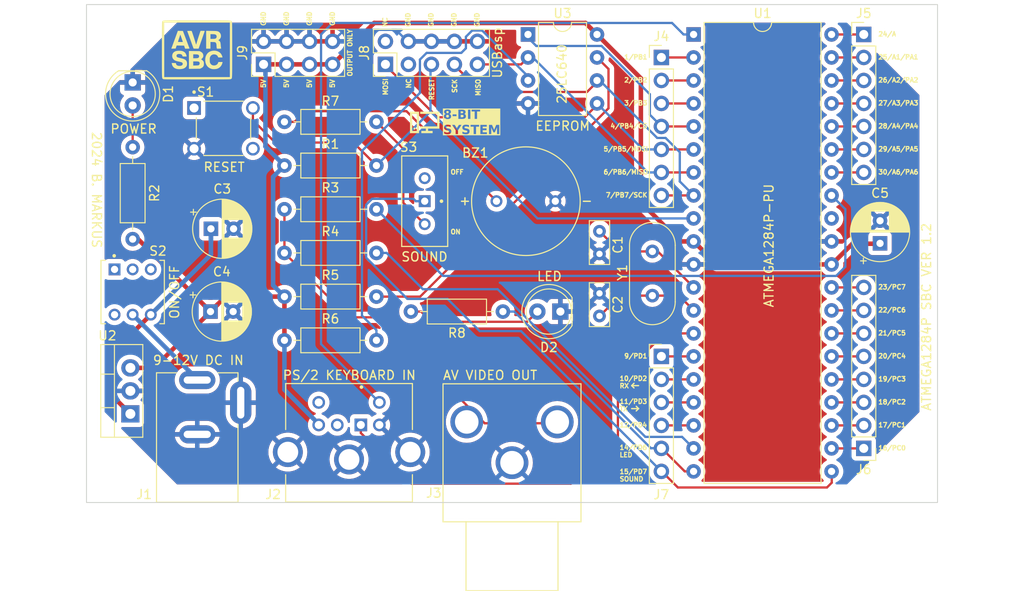
<source format=kicad_pcb>
(kicad_pcb (version 20221018) (generator pcbnew)
  (title_block (title "ATMEGA1284P Single Board Computer") (date "2024-03-07") (rev "v0.1"))
  (layers (0 "F.Cu" signal) (31 "B.Cu" signal) (34 "B.Paste" user) (35 "F.Paste" user) (36 "B.SilkS" user "B.Silkscreen") (37 "F.SilkS" user "F.Silkscreen") (38 "B.Mask" user) (39 "F.Mask" user) (44 "Edge.Cuts" user))
  (net 0 "")
  (net 1 "Net-(BZ1-+)")
  (net 2 "GND")
  (net 3 "Net-(U1-XTAL2)")
  (net 4 "Net-(U1-XTAL1)")
  (net 5 "/POWER IN")
  (net 6 "+5V")
  (net 7 "Net-(D1-A)")
  (net 8 "/POWER IN 2")
  (net 9 "Data")
  (net 10 "Clock")
  (net 11 "Net-(J4-Pin_1)")
  (net 12 "Net-(J4-Pin_2)")
  (net 13 "Net-(J4-Pin_3)")
  (net 14 "~{CS}")
  (net 15 "MOSI")
  (net 16 "MISO")
  (net 17 "SCK")
  (net 18 "Net-(J5-Pin_1)")
  (net 19 "Net-(J5-Pin_2)")
  (net 20 "Net-(J5-Pin_3)")
  (net 21 "Net-(J5-Pin_4)")
  (net 22 "Net-(J5-Pin_5)")
  (net 23 "Net-(J5-Pin_6)")
  (net 24 "Net-(J5-Pin_7)")
  (net 25 "Net-(J6-Pin_1)")
  (net 26 "Net-(J6-Pin_2)")
  (net 27 "Net-(J6-Pin_3)")
  (net 28 "Net-(J6-Pin_4)")
  (net 29 "Net-(J6-Pin_5)")
  (net 30 "Net-(J6-Pin_6)")
  (net 31 "Net-(J6-Pin_7)")
  (net 32 "Net-(J6-Pin_8)")
  (net 33 "Net-(J7-Pin_1)")
  (net 34 "Net-(J7-Pin_2)")
  (net 35 "Net-(J7-Pin_3)")
  (net 36 "Net-(J7-Pin_4)")
  (net 37 "Net-(J7-Pin_5)")
  (net 38 "Net-(J7-Pin_6)")
  (net 41 "RESET")
  (net 42 "Video")
  (net 43 "Sync")
  (net 44 "Net-(U3-~{HOLD})")
  (net 45 "Net-(U3-~{WP})")
  (net 46 "Net-(R7-Pad1)")
  (net 55 "Net-(D2-A)")
  (net 58 "Net-(J3-Video)")
  (footprint "MountingHole:MountingHole_3.2mm_M3_DIN965" (layer "F.Cu") (at 3 51.5)
    (fp_text reference "MH1" hide)
    (fp_text value "MountingHole_3.2mm_M3_DIN965")
  )
  (footprint "StockLib:R_470_Axial_DIN0207" (layer "F.Cu") (at 32.024 12.954 180)
    (fp_text reference "R7")
    (fp_text value "470R")
  )
  (footprint "StockLib:R_10k_Axial_DIN0207" (layer "F.Cu") (at 21.864 37.084)
    (fp_text reference "R6")
    (fp_text value "10k")
  )
  (footprint "LOGO" (layer "F.Cu") (at 12.2 5)
    (fp_text reference "G2" hide)
    (fp_text value "LOGO" hide)
  )
  (footprint "StockLib:PS2-connector-keyboard" (layer "F.Cu") (at 29 50.242)
    (fp_text reference "J2")
    (fp_text value "PS/2 keyboard port")
  )
  (footprint "StockLib:R_10k_Axial_DIN0207" (layer "F.Cu") (at 21.864 17.78)
    (fp_text reference "R1")
    (fp_text value "10k")
  )
  (footprint "StockLib:DC-005 Power Jack" (layer "F.Cu") (at 12.234 43.9726 90)
    (fp_text reference "J1")
    (fp_text value "DC-005 Power Jack")
  )
  (footprint "StockLib:Button TACT 6x6mm" (layer "F.Cu") (at 15.133 13.6705)
    (fp_text reference "S1")
    (fp_text value "Button TACT 6x6mm")
  )
  (footprint "MountingHole:MountingHole_3.2mm_M3_DIN965" (layer "F.Cu") (at 91 3.5)
    (fp_text reference "MH2" hide)
    (fp_text value "MountingHole_3.2mm_M3_DIN965")
  )
  (footprint "Package_TO_SOT_THT:TO-220-3_Vertical" (layer "F.Cu") (at 4.846 45.212 90)
    (fp_text reference "U2")
    (fp_text value "L7805")
  )
  (footprint "StockLib:LED_D5.0mm_YELLOW" (layer "F.Cu") (at 52.344 33.909 180)
    (fp_text reference "D2")
    (fp_text value "LED 5mm YELLOW")
  )
  (footprint "Connector_PinHeader_2.54mm:PinHeader_1x06_P2.54mm_Vertical" (layer "F.Cu") (at 63.5 38.862)
    (fp_text reference "J7")
    (fp_text value "Port D")
  )
  (footprint "Connector_PinHeader_2.54mm:PinHeader_1x08_P2.54mm_Vertical" (layer "F.Cu") (at 85.852 49.022 180)
    (fp_text reference "J6")
    (fp_text value "Port C")
  )
  (footprint "StockLib:R_470_Axial_DIN0207" (layer "F.Cu") (at 21.864 22.606)
    (fp_text reference "R3")
    (fp_text value "470R")
  )
  (footprint "StockLib:R_470_Axial_DIN0207" (layer "F.Cu") (at 45.994 33.909 180)
    (fp_text reference "R8")
    (fp_text value "470R")
  )
  (footprint "Capacitor_THT:CP_Radial_D6.3mm_P2.50mm" (layer "F.Cu") (at 13.7442 24.765)
    (fp_text reference "C3")
    (fp_text value "0.33uF")
  )
  (footprint "MountingHole:MountingHole_3.2mm_M3_DIN965" (layer "F.Cu") (at 3 3.5)
    (fp_text reference "MH3" hide)
    (fp_text value "MountingHole_3.2mm_M3_DIN965")
  )
  (footprint "Connector_PinHeader_2.54mm:PinHeader_1x07_P2.54mm_Vertical" (layer "F.Cu") (at 63.5 5.842)
    (fp_text reference "J4")
    (fp_text value "Port B")
  )
  (footprint "Capacitor_THT:CP_Radial_D6.3mm_P2.50mm" (layer "F.Cu") (at 13.6966 33.909)
    (fp_text reference "C4")
    (fp_text value "0.1uF")
  )
  (footprint "Package_DIP:DIP-8_W7.62mm" (layer "F.Cu") (at 48.768 3.302)
    (fp_text reference "U3")
    (fp_text value "25LC640")
  )
  (footprint "Capacitor_THT:C_Rect_L4.6mm_W2.0mm_P2.50mm_MKS02_FKP02" (layer "F.Cu") (at 56.662 34.397 90)
    (fp_text reference "C2")
    (fp_text value "22pF")
  )
  (footprint "StockLib:R_470_Axial_DIN0207" (layer "F.Cu") (at 5.1 25.908 90)
    (fp_text reference "R2")
    (fp_text value "470R")
  )
  (footprint "StockLib:LED_D5.0mm_RED" (layer "F.Cu") (at 5.1 8.6 -90)
    (fp_text reference "D1")
    (fp_text value "LED 5mm RED")
  )
  (footprint "StockLib:Buzzer 1201" (layer "F.Cu") (at 48.534 21.717)
    (fp_text reference "BZ1")
    (fp_text value "Buzzer 1201")
  )
  (footprint "StockLib:R_10k_Axial_DIN0207" (layer "F.Cu") (at 21.864 32.258)
    (fp_text reference "R5")
    (fp_text value "10k")
  )
  (footprint "Package_DIP:DIP-40_W15.24mm" (layer "F.Cu") (at 67.056 3.302)
    (fp_text reference "U1")
    (fp_text value "ATmega1284P-P")
  )
  (footprint "Connector_PinHeader_2.54mm:PinHeader_2x04_P2.54mm_Vertical" (layer "F.Cu") (at 19.558 6.604 90)
    (fp_text reference "J9")
    (fp_text value "Power output header")
  )
  (footprint "StockLib:R_1k_Axial_DIN0207" (layer "F.Cu") (at 21.864 27.432)
    (fp_text reference "R4")
    (fp_text value "1k")
  )
  (footprint "Capacitor_THT:C_Rect_L4.6mm_W2.0mm_P2.50mm_MKS02_FKP02" (layer "F.Cu") (at 56.662 25.039 -90)
    (fp_text reference "C1")
    (fp_text value "22pF")
  )
  (footprint "StockLib:Toggle Switch 7x7mm" (layer "F.Cu") (at 5.1 31.75)
    (fp_text reference "S2")
    (fp_text value "Toggle Switch 7x7mm")
  )
  (footprint "Capacitor_THT:CP_Radial_D6.3mm_P2.50mm" (layer "F.Cu") (at 87.65 26.376 90)
    (fp_text reference "C5")
    (fp_text value "4.7uF")
  )
  (footprint "StockLib:RCA Video Jack" (layer "F.Cu") (at 47 52.05 90)
    (fp_text reference "J3")
    (fp_text value "RCA Video Jack")
  )
  (footprint "Connector_PinHeader_2.54mm:PinHeader_1x07_P2.54mm_Vertical" (layer "F.Cu") (at 85.852 3.302)
    (fp_text reference "J5")
    (fp_text value "Port A")
  )
  (footprint "LOGO" (layer "F.Cu") (at 37.358 12.954)
    (fp_text reference "GRAPHICS2" hide)
    (fp_text value "LOGO" hide)
  )
  (footprint "MountingHole:MountingHole_3.2mm_M3_DIN965" (layer "F.Cu") (at 91 51.5)
    (fp_text reference "MH4" hide)
    (fp_text value "MountingHole_3.2mm_M3_DIN965")
  )
  (footprint "StockLib:Slide Switch SS12D00" (layer "F.Cu") (at 37.358 21.717 90)
    (fp_text reference "S3")
    (fp_text value "Slide Switch SS12D00")
  )
  (footprint "Connector_PinHeader_2.54mm:PinHeader_2x05_P2.54mm_Vertical" (layer "F.Cu") (at 33.02 6.604 90)
    (fp_text reference "J8")
    (fp_text value "USBasp header")
  )
  (footprint "Crystal:Crystal_HC49-U_Vertical" (layer "F.Cu") (at 62.504 27.268 -90)
    (fp_text reference "Y1")
    (fp_text value "16 MHz")
  )
  (gr_line (start 60.218 44.6278) (end 60.98 44.6278) (stroke (width 0.15)) (layer "F.SilkS"))
  (gr_line (start 60.726 44.3738) (end 60.98 44.6278) (stroke (width 0.15)) (layer "F.SilkS"))
  (gr_line (start 60.98 44.6278) (end 60.726 44.8818) (stroke (width 0.15)) (layer "F.SilkS"))
  (gr_line (start 60.472 42.3418) (end 60.218 42.0878) (stroke (width 0.15)) (layer "F.SilkS"))
  (gr_line (start 60.218 42.0878) (end 60.472 41.8338) (stroke (width 0.15)) (layer "F.SilkS"))
  (gr_line (start 60.98 42.0878) (end 60.218 42.0878) (stroke (width 0.15)) (layer "F.SilkS"))
  (gr_rect (start 0 0) (end 94 55) (stroke (width 0.1)) (fill none) (layer "Edge.Cuts"))
  (gr_text "2/PB2" (at 59.329 8.636) (layer "F.SilkS") (effects (font (size 0.508 0.508) (thickness 0.127)) (justify left bottom)))
  (gr_text "GND" (at 43.434 2.54 90) (layer "F.SilkS") (effects (font (size 0.508 0.508) (thickness 0.127)) (justify left bottom)))
  (gr_text "25LC640" (at 53.106 11.049 90) (layer "F.SilkS") (effects (font (size 1 1)) (justify left bottom)))
  (gr_text "NC" (at 33.274 2.54 90) (layer "F.SilkS") (effects (font (size 0.508 0.508) (thickness 0.127)) (justify left bottom)))
  (gr_text "27/A3/PA3" (at 87.4 11.176) (layer "F.SilkS") (effects (font (size 0.508 0.508) (thickness 0.127)) (justify left bottom)))
  (gr_text "MOSI" (at 33.3248 10.0838 90) (layer "F.SilkS") (effects (font (size 0.508 0.508) (thickness 0.127)) (justify left bottom)))
  (gr_text "GND" (at 38.354 2.54 90) (layer "F.SilkS") (effects (font (size 0.508 0.508) (thickness 0.127)) (justify left bottom)))
  (gr_text "PS/2 KEYBOARD IN" (at 21.6 41.529) (layer "F.SilkS") (effects (font (size 1 1)) (justify left bottom)))
  (gr_text "26/A2/PA2" (at 87.4 8.636) (layer "F.SilkS") (effects (font (size 0.508 0.508) (thickness 0.127)) (justify left bottom)))
  (gr_text "ATMEGA1284P-PU" (at 75.966 33.528 90) (layer "F.SilkS") (effects (font (size 1 1)) (justify left bottom)))
  (gr_text "15/PD7\nSOUND" (at 58.821 52.705) (layer "F.SilkS") (effects (font (size 0.508 0.508) (thickness 0.127)) (justify left bottom)))
  (gr_text "GND" (at 27.462 2.413 90) (layer "F.SilkS") (effects (font (size 0.508 0.508) (thickness 0.127)) (justify left bottom)))
  (gr_text "RESET" (at 12.847 18.542) (layer "F.SilkS") (effects (font (size 1 1)) (justify left bottom)))
  (gr_text "30/A6/PA6" (at 87.4 18.796) (layer "F.SilkS") (effects (font (size 0.508 0.508) (thickness 0.127)) (justify left bottom)))
  (gr_text "NC" (at 35.8902 9.3218 90) (layer "F.SilkS") (effects (font (size 0.508 0.508) (thickness 0.127)) (justify left bottom)))
  (gr_text "GND" (at 22.382 2.413 90) (layer "F.SilkS") (effects (font (size 0.508 0.508) (thickness 0.127)) (justify left bottom)))
  (gr_text "16/PC0" (at 87.396 49.276) (layer "F.SilkS") (effects (font (size 0.508 0.508) (thickness 0.127)) (justify left bottom)))
  (gr_text "USBasp" (at 45.969 8.2296 90) (layer "F.SilkS") (effects (font (size 1 1)) (justify left bottom)))
  (gr_text "11/PD3\nTX" (at 58.821 44.958) (layer "F.SilkS") (effects (font (size 0.508 0.508) (thickness 0.127)) (justify left bottom)))
  (gr_text "3/PB3" (at 59.329 11.176) (layer "F.SilkS") (effects (font (size 0.508 0.508) (thickness 0.127)) (justify left bottom)))
  (gr_text "25/A1/PA1" (at 87.4 6.096) (layer "F.SilkS") (effects (font (size 0.508 0.508) (thickness 0.127)) (justify left bottom)))
  (gr_text "RESET" (at 38.4302 10.6172 90) (layer "F.SilkS") (effects (font (size 0.508 0.508) (thickness 0.127)) (justify left bottom)))
  (gr_text "12/PD4" (at 58.821 46.736) (layer "F.SilkS") (effects (font (size 0.508 0.508) (thickness 0.127)) (justify left bottom)))
  (gr_text "23/PC7" (at 87.396 31.496) (layer "F.SilkS") (effects (font (size 0.508 0.508) (thickness 0.127)) (justify left bottom)))
  (gr_text "4/PB4/CS" (at 57.805 13.716) (layer "F.SilkS") (effects (font (size 0.508 0.508) (thickness 0.127)) (justify left bottom)))
  (gr_text "OFF" (at 40.152 18.796) (layer "F.SilkS") (effects (font (size 0.508 0.508) (thickness 0.127)) (justify left bottom)))
  (gr_text "24/A0/PA0" (at 87.4 3.556) (layer "F.SilkS") (effects (font (size 0.508 0.508) (thickness 0.127)) (justify left bottom)))
  (gr_text "21/PC5" (at 87.396 36.576) (layer "F.SilkS") (effects (font (size 0.508 0.508) (thickness 0.127)) (justify left bottom)))
  (gr_text "2024 B. MARKUS" (at 0.528 13.97 270) (layer "F.SilkS") (effects (font (size 1 1)) (justify left bottom)))
  (gr_text "ON/OFF" (at 10.307 34.798 90) (layer "F.SilkS") (effects (font (size 1 1)) (justify left bottom)))
  (gr_text "19/PC3" (at 87.396 41.656) (layer "F.SilkS") (effects (font (size 0.508 0.508) (thickness 0.127)) (justify left bottom)))
  (gr_text "5V" (at 24.922 9.271 90) (layer "F.SilkS") (effects (font (size 0.508 0.508) (thickness 0.127)) (justify left bottom)))
  (gr_text "5V" (at 19.842 9.271 90) (layer "F.SilkS") (effects (font (size 0.508 0.508) (thickness 0.127)) (justify left bottom)))
  (gr_text "17/PC1" (at 87.396 46.736) (layer "F.SilkS") (effects (font (size 0.508 0.508) (thickness 0.127)) (justify left bottom)))
  (gr_text "9/PD1" (at 59.329 39.116) (layer "F.SilkS") (effects (font (size 0.508 0.508) (thickness 0.127)) (justify left bottom)))
  (gr_text "8-BIT\nSYSTEM" (at 39.39 14.478) (layer "F.SilkS" knockout) (effects (font (size 1 1) (thickness 0.2) bold) (justify left bottom)))
  (gr_text "SOUND" (at 34.691 28.448) (layer "F.SilkS") (effects (font (size 1 1)) (justify left bottom)))
  (gr_text "LED" (at 49.677 30.607) (layer "F.SilkS") (effects (font (size 1 1)) (justify left bottom)))
  (gr_text "6/PB6/MISO" (at 57.043 18.796) (layer "F.SilkS") (effects (font (size 0.508 0.508) (thickness 0.127)) (justify left bottom)))
  (gr_text "1/PB1" (at 59.329 6.096) (layer "F.SilkS") (effects (font (size 0.508 0.508) (thickness 0.127)) (justify left bottom)))
  (gr_text "29/A5/PA5" (at 87.4 16.256) (layer "F.SilkS") (effects (font (size 0.508 0.508) (thickness 0.127)) (justify left bottom)))
  (gr_text "POWER" (at 2.56 14.32) (layer "F.SilkS") (effects (font (size 1 1)) (justify left bottom)))
  (gr_text "ATMEGA1284P SBC VER 1.2" (at 93.365 44.958 90) (layer "F.SilkS") (effects (font (size 1 1)) (justify left bottom)))
  (gr_text "MISO" (at 43.561 10.16 90) (layer "F.SilkS") (effects (font (size 0.508 0.508) (thickness 0.127)) (justify left bottom)))
  (gr_text "7/PB7/SCK" (at 57.297 21.336) (layer "F.SilkS") (effects (font (size 0.508 0.508) (thickness 0.127)) (justify left bottom)))
  (gr_text "28/A4/PA4" (at 87.4 13.716) (layer "F.SilkS") (effects (font (size 0.508 0.508) (thickness 0.127)) (justify left bottom)))
  (gr_text "18/PC2" (at 87.396 44.196) (layer "F.SilkS") (effects (font (size 0.508 0.508) (thickness 0.127)) (justify left bottom)))
  (gr_text "SCK" (at 40.9702 9.8298 90) (layer "F.SilkS") (effects (font (size 0.508 0.508) (thickness 0.127)) (justify left bottom)))
  (gr_text "OUTPUT ONLY" (at 29.4 8 90) (layer "F.SilkS") (effects (font (size 0.508 0.508) (thickness 0.127)) (justify left bottom)))
  (gr_text "22/PC6" (at 87.396 34.036) (layer "F.SilkS") (effects (font (size 0.508 0.508) (thickness 0.127)) (justify left bottom)))
  (gr_text "20/PC4" (at 87.396 39.116) (layer "F.SilkS") (effects (font (size 0.508 0.508) (thickness 0.127)) (justify left bottom)))
  (gr_text "GND" (at 24.922 2.413 90) (layer "F.SilkS") (effects (font (size 0.508 0.508) (thickness 0.127)) (justify left bottom)))
  (gr_text "AV VIDEO OUT" (at 39.3 41.529) (layer "F.SilkS") (effects (font (size 1 1)) (justify left bottom)))
  (gr_text "ON" (at 40.152 25.4) (layer "F.SilkS") (effects (font (size 0.508 0.508) (thickness 0.127)) (justify left bottom)))
  (gr_text "14/PD6\nLED" (at 58.821 50.038) (layer "F.SilkS") (effects (font (size 0.508 0.508) (thickness 0.127)) (justify left bottom)))
  (gr_text "10/PD2\nRX" (at 58.821 42.418) (layer "F.SilkS") (effects (font (size 0.508 0.508) (thickness 0.127)) (justify left bottom)))
  (gr_text "GND" (at 40.894 2.54 90) (layer "F.SilkS") (effects (font (size 0.508 0.508) (thickness 0.127)) (justify left bottom)))
  (gr_text "9-12V DC IN" (at 7.259 39.878) (layer "F.SilkS") (effects (font (size 1 1)) (justify left bottom)))
  (gr_text "5V" (at 27.462 9.271 90) (layer "F.SilkS") (effects (font (size 0.508 0.508) (thickness 0.127)) (justify left bottom)))
  (gr_text "GND" (at 19.842 2.413 90) (layer "F.SilkS") (effects (font (size 0.508 0.508) (thickness 0.127)) (justify left bottom)))
  (gr_text "EEPROM" (at 49.5 14) (layer "F.SilkS") (effects (font (size 1 1)) (justify left bottom)))
  (gr_text "GND" (at 35.814 2.54 90) (layer "F.SilkS") (effects (font (size 0.508 0.508) (thickness 0.127)) (justify left bottom)))
  (gr_text "5/PB5/MOSI" (at 57.043 16.256) (layer "F.SilkS") (effects (font (size 0.508 0.508) (thickness 0.127)) (justify left bottom)))
  (gr_text "5V" (at 22.382 9.271 90) (layer "F.SilkS") (effects (font (size 0.508 0.508) (thickness 0.127)) (justify left bottom)))
  (segment (start 45.284 21.717) (end 35.3407 11.7737) (width 0.25) (layer "F.Cu") (net 1))
  (segment (start 21.864 12.954) (end 22.9909 12.954) (width 0.25) (layer "F.Cu") (net 1))
  (segment (start 24.1712 11.7737) (end 22.9909 12.954) (width 0.25) (layer "F.Cu") (net 1))
  (segment (start 35.3407 11.7737) (end 24.1712 11.7737) (width 0.25) (layer "F.Cu") (net 1))
  (segment (start 28.478 2.794) (end 27.208 4.064) (width 0.25) (layer "B.Cu") (net 2))
  (segment (start 34.183 2.794) (end 28.478 2.794) (width 0.25) (layer "B.Cu") (net 2))
  (segment (start 35.458 4.069) (end 34.183 2.794) (width 0.25) (layer "B.Cu") (net 2))
  (segment (start 58.891 27.268) (end 56.662 25.039) (width 0.25) (layer "F.Cu") (net 3))
  (segment (start 63.102 27.268) (end 62.504 27.268) (width 0.25) (layer "F.Cu") (net 3))
  (segment (start 62.504 27.268) (end 58.891 27.268) (width 0.25) (layer "F.Cu") (net 3))
  (segment (start 67.076 31.242) (end 63.102 27.268) (width 0.25) (layer "F.Cu") (net 3))
  (segment (start 58.94275 32.148) (end 62.504 32.148) (width 0.25) (layer "F.Cu") (net 4))
  (segment (start 56.69375 34.397) (end 58.94275 32.148) (width 0.25) (layer "F.Cu") (net 4))
  (segment (start 65.442 32.148) (end 67.076 33.782) (width 0.25) (layer "F.Cu") (net 4))
  (segment (start 62.504 32.148) (end 65.442 32.148) (width 0.25) (layer "F.Cu") (net 4))
  (segment (start 56.662 34.397) (end 56.69375 34.397) (width 0.25) (layer "F.Cu") (net 4))
  (segment (start 12.234 41.4726) (end 12.234 41.384) (width 0.5) (layer "F.Cu") (net 5))
  (segment (start 12.234 41.4726) (end 12.234 41.384) (width 0.5) (layer "B.Cu") (net 5))
  (segment (start 12.234 41.384) (end 5.1 34.25) (width 0.5) (layer "B.Cu") (net 5))
  (segment (start 84.602 26.416) (end 87.3566 26.416) (width 0.5) (layer "F.Cu") (net 6))
  (segment (start 21.864 32.258) (end 15.348 32.258) (width 0.5) (layer "F.Cu") (net 6))
  (segment (start 61.234 8.148) (end 61.234 21.844) (width 0.5) (layer "F.Cu") (net 6))
  (segment (start 27.208 6.604) (end 31.78 2.032) (width 0.5) (layer "F.Cu") (net 6))
  (segment (start 69.616 28.702) (end 82.316 28.702) (width 0.5) (layer "F.Cu") (net 6))
  (segment (start 4.846 40.132) (end 7.4736 40.132) (width 0.5) (layer "F.Cu") (net 6))
  (segment (start 56.388 3.302) (end 61.234 8.148) (width 0.5) (layer "F.Cu") (net 6))
  (segment (start 14.4964 33.1092) (end 13.6966 33.909) (width 0.5) (layer "F.Cu") (net 6))
  (segment (start 31.78 2.032) (end 55.118 2.032) (width 0.5) (layer "F.Cu") (net 6))
  (segment (start 21.864 32.258) (end 21.864 37.084) (width 0.5) (layer "F.Cu") (net 6))
  (segment (start 82.316 28.702) (end 84.602 26.416) (width 0.5) (layer "F.Cu") (net 6))
  (segment (start 67.076 26.162) (end 69.616 28.702) (width 0.5) (layer "F.Cu") (net 6))
  (segment (start 61.234 21.844) (end 65.552 26.162) (width 0.5) (layer "F.Cu") (net 6))
  (segment (start 14.4968 33.1092) (end 14.4964 33.1092) (width 0.5) (layer "F.Cu") (net 6))
  (segment (start 13.697 33.909) (end 5.6956 25.908) (width 0.5) (layer "F.Cu") (net 6))
  (segment (start 65.552 26.162) (end 67.076 26.162) (width 0.5) (layer "F.Cu") (net 6))
  (segment (start 14.4968 33.1092) (end 13.697 33.909) (width 0.5) (layer "F.Cu") (net 6))
  (segment (start 19.588 6.604) (end 27.208 6.604) (width 0.5) (layer "F.Cu") (net 6))
  (segment (start 55.118 2.032) (end 56.388 3.302) (width 0.5) (layer "F.Cu") (net 6))
  (segment (start 5.6956 25.908) (end 5.1 25.908) (width 0.5) (layer "F.Cu") (net 6))
  (segment (start 7.4736 40.132) (end 13.697 33.909) (width 0.5) (layer "F.Cu") (net 6))
  (segment (start 15.348 32.258) (end 14.4968 33.1092) (width 0.5) (layer "F.Cu") (net 6))
  (segment (start 25.65 46.328) (end 25.65 46.432) (width 0.5) (layer "B.Cu") (net 6))
  (segment (start 21.864 37.084) (end 21.864 42.542) (width 0.5) (layer "B.Cu") (net 6))
  (segment (start 19.7665 6.8125) (end 19.7665 15.6825) (width 0.5) (layer "B.Cu") (net 6))
  (segment (start 21.864 42.542) (end 25.65 46.328) (width 0.5) (layer "B.Cu") (net 6))
  (segment (start 19.588 6.604) (end 19.558 6.604) (width 0.5) (layer "B.Cu") (net 6))
  (segment (start 20.6121 19.0319) (end 21.864 17.78) (width 0.5) (layer "B.Cu") (net 6))
  (segment (start 19.7665 15.6825) (end 21.864 17.78) (width 0.5) (layer "B.Cu") (net 6))
  (segment (start 19.558 6.604) (end 19.7665 6.8125) (width 0.5) (layer "B.Cu") (net 6))
  (segment (start 21.864 32.258) (end 20.6121 31.0061) (width 0.5) (layer "B.Cu") (net 6))
  (segment (start 20.6121 31.0061) (end 20.6121 19.0319) (width 0.5) (layer "B.Cu") (net 6))
  (segment (start 5.1 11.171) (end 5.1 11.044) (width 0.25) (layer "F.Cu") (net 7))
  (segment (start 5.1 15.748) (end 5.1 11.171) (width 0.25) (layer "F.Cu") (net 7))
  (segment (start 5.1 11.171) (end 5.227 11.044) (width 0.25) (layer "F.Cu") (net 7))
  (segment (start 4.846 45.212) (end 3.068 43.434) (width 0.5) (layer "F.Cu") (net 8))
  (segment (start 3.068 43.434) (end 3.068 38.282) (width 0.5) (layer "F.Cu") (net 8))
  (segment (start 3.068 38.282) (end 7.1 34.25) (width 0.5) (layer "F.Cu") (net 8))
  (segment (start 13.7442 26.1852) (end 13.7442 24.765) (width 0.5) (layer "B.Cu") (net 8))
  (segment (start 13.744 27.6058) (end 13.744 26.1854) (width 0.5) (layer "B.Cu") (net 8))
  (segment (start 13.744 26.1854) (end 13.744 24.765) (width 0.5) (layer "B.Cu") (net 8))
  (segment (start 13.744 26.1854) (end 13.7442 26.1852) (width 0.5) (layer "B.Cu") (net 8))
  (segment (start 7.1 34.25) (end 13.744 27.6058) (width 0.5) (layer "B.Cu") (net 8))
  (segment (start 35.8998 52.9178) (end 30.3 47.318) (width 0.25) (layer "F.Cu") (net 9))
  (segment (start 58.6965 47.7295) (end 53.5082 52.9178) (width 0.25) (layer "F.Cu") (net 9))
  (segment (start 30.3 47.318) (end 30.3 46.432) (width 0.25) (layer "F.Cu") (net 9))
  (segment (start 67.076 36.322) (end 63.8363 36.322) (width 0.25) (layer "F.Cu") (net 9))
  (segment (start 63.8363 36.322) (end 58.6965 41.4618) (width 0.25) (layer "F.Cu") (net 9))
  (segment (start 58.6965 41.4618) (end 58.6965 47.7295) (width 0.25) (layer "F.Cu") (net 9))
  (segment (start 53.5082 52.9178) (end 35.8998 52.9178) (width 0.25) (layer "F.Cu") (net 9))
  (segment (start 64.6791 2.032) (end 27.178 2.032) (width 0.25) (layer "B.Cu") (net 10))
  (segment (start 25.908 37.5) (end 32.35 43.942) (width 0.25) (layer "B.Cu") (net 10))
  (segment (start 27.178 2.032) (end 25.908 3.302) (width 0.25) (layer "B.Cu") (net 10))
  (segment (start 25.908 3.302) (end 25.908 37.5) (width 0.25) (layer "B.Cu") (net 10))
  (segment (start 67.076 3.302) (end 65.9491 3.302) (width 0.25) (layer "B.Cu") (net 10))
  (segment (start 65.9491 3.302) (end 64.6791 2.032) (width 0.25) (layer "B.Cu") (net 10))
  (segment (start 63.52 5.842) (end 67.076 5.842) (width 0.25) (layer "F.Cu") (net 11))
  (segment (start 63.52 8.382) (end 67.076 8.382) (width 0.25) (layer "F.Cu") (net 12))
  (segment (start 63.52 10.922) (end 67.076 10.922) (width 0.25) (layer "F.Cu") (net 13))
  (segment (start 63.52 13.462) (end 67.076 13.462) (width 0.25) (layer "F.Cu") (net 14))
  (segment (start 62.23 12.172) (end 62.23 9.906) (width 0.25) (layer "B.Cu") (net 14))
  (segment (start 62.23 9.906) (end 56.896 4.572) (width 0.25) (layer "B.Cu") (net 14))
  (segment (start 63.52 13.462) (end 62.23 12.172) (width 0.25) (layer "B.Cu") (net 14))
  (segment (start 56.896 4.572) (end 49.677 4.572) (width 0.25) (layer "B.Cu") (net 14))
  (segment (start 49.677 4.572) (end 48.671 3.566) (width 0.25) (layer "B.Cu") (net 14))
  (segment (start 63.52 16.002) (end 67.076 16.002) (width 0.25) (layer "F.Cu") (net 15))
  (segment (start 38.755 12.446) (end 55.031 12.446) (width 0.25) (layer "F.Cu") (net 15))
  (segment (start 32.918 6.609) (end 38.755 12.446) (width 0.25) (layer "F.Cu") (net 15))
  (segment (start 55.031 12.446) (end 56.291 11.186) (width 0.25) (layer "F.Cu") (net 15))
  (segment (start 56.388 10.922) (end 56.291 11.019) (width 0.25) (layer "B.Cu") (net 15))
  (segment (start 56.291 11.019) (end 56.291 11.186) (width 0.25) (layer "B.Cu") (net 15))
  (segment (start 61.468 16.002) (end 56.388 10.922) (width 0.25) (layer "B.Cu") (net 15))
  (segment (start 63.52 16.002) (end 61.468 16.002) (width 0.25) (layer "B.Cu") (net 15))
  (segment (start 63.52 18.542) (end 67.076 18.542) (width 0.25) (layer "F.Cu") (net 16))
  (segment (start 48.001 6.609) (end 48.768 5.842) (width 0.25) (layer "F.Cu") (net 16))
  (segment (start 43.078 6.609) (end 48.001 6.609) (width 0.25) (layer "F.Cu") (net 16))
  (segment (start 62.0004 18.542) (end 49.5644 6.106) (width 0.25) (layer "B.Cu") (net 16))
  (segment (start 63.52 18.542) (end 62.0004 18.542) (width 0.25) (layer "B.Cu") (net 16))
  (segment (start 49.5644 6.106) (end 48.671 6.106) (width 0.25) (layer "B.Cu") (net 16))
  (segment (start 43.581 9.652) (end 55.285 9.652) (width 0.25) (layer "F.Cu") (net 17))
  (segment (start 55.285 9.652) (end 56.291 8.646) (width 0.25) (layer "F.Cu") (net 17))
  (segment (start 40.538 6.609) (end 43.581 9.652) (width 0.25) (layer "F.Cu") (net 17))
  (segment (start 63.52 21.082) (end 67.076 21.082) (width 0.25) (layer "F.Cu") (net 17))
  (segment (start 63.03665 14.732) (end 63.9656 14.732) (width 0.25) (layer "B.Cu") (net 17))
  (segment (start 63.9656 14.732) (end 65.532 16.2984) (width 0.25) (layer "B.Cu") (net 17))
  (segment (start 56.95065 8.646) (end 63.03665 14.732) (width 0.25) (layer "B.Cu") (net 17))
  (segment (start 65.532 19.538) (end 67.076 21.082) (width 0.25) (layer "B.Cu") (net 17))
  (segment (start 56.291 8.646) (end 56.95065 8.646) (width 0.25) (layer "B.Cu") (net 17))
  (segment (start 65.532 16.2984) (end 65.532 19.538) (width 0.25) (layer "B.Cu") (net 17))
  (segment (start 82.316 3.302) (end 85.872 3.302) (width 0.25) (layer "F.Cu") (net 18))
  (segment (start 82.316 5.842) (end 85.872 5.842) (width 0.25) (layer "F.Cu") (net 19))
  (segment (start 82.316 8.382) (end 85.872 8.382) (width 0.25) (layer "F.Cu") (net 20))
  (segment (start 82.316 10.922) (end 85.872 10.922) (width 0.25) (layer "F.Cu") (net 21))
  (segment (start 82.316 13.462) (end 85.872 13.462) (width 0.25) (layer "F.Cu") (net 22))
  (segment (start 82.316 16.002) (end 85.872 16.002) (width 0.25) (layer "F.Cu") (net 23))
  (segment (start 82.316 18.542) (end 85.872 18.542) (width 0.25) (layer "F.Cu") (net 24))
  (segment (start 82.316 49.022) (end 85.872 49.022) (width 0.25) (layer "F.Cu") (net 25))
  (segment (start 82.316 46.482) (end 85.872 46.482) (width 0.25) (layer "F.Cu") (net 26))
  (segment (start 82.316 43.942) (end 85.872 43.942) (width 0.25) (layer "F.Cu") (net 27))
  (segment (start 82.316 41.402) (end 85.872 41.402) (width 0.25) (layer "F.Cu") (net 28))
  (segment (start 82.316 38.862) (end 85.872 38.862) (width 0.25) (layer "F.Cu") (net 29))
  (segment (start 82.316 36.322) (end 85.872 36.322) (width 0.25) (layer "F.Cu") (net 30))
  (segment (start 82.316 33.782) (end 85.872 33.782) (width 0.25) (layer "F.Cu") (net 31))
  (segment (start 82.316 31.242) (end 85.872 31.242) (width 0.25) (layer "F.Cu") (net 32))
  (segment (start 63.52 38.8416) (end 63.5404 38.862) (width 0.25) (layer "F.Cu") (net 33))
  (segment (start 63.5404 38.862) (end 67.076 38.862) (width 0.25) (layer "F.Cu") (net 33))
  (segment (start 63.5404 41.402) (end 67.076 41.402) (width 0.25) (layer "F.Cu") (net 34))
  (segment (start 63.52 41.3816) (end 63.5404 41.402) (width 0.25) (layer "F.Cu") (net 34))
  (segment (start 63.52 43.9216) (end 63.5404 43.942) (width 0.25) (layer "F.Cu") (net 35))
  (segment (start 63.5404 43.942) (end 67.076 43.942) (width 0.25) (layer "F.Cu") (net 35))
  (segment (start 63.52 46.4616) (end 63.5404 46.482) (width 0.25) (layer "F.Cu") (net 36))
  (segment (start 63.5404 46.482) (end 67.076 46.482) (width 0.25) (layer "F.Cu") (net 36))
  (segment (start 63.52 49.0016) (end 63.52 49.002) (width 0.25) (layer "F.Cu") (net 37))
  (segment (start 63.52 49.002) (end 66.08 51.562) (width 0.25) (layer "F.Cu") (net 37))
  (segment (start 66.08 51.562) (end 67.076 51.562) (width 0.25) (layer "F.Cu") (net 37))
  (segment (start 62.3431 49.0016) (end 62.341 49.0016) (width 0.25) (layer "B.Cu") (net 37))
  (segment (start 63.52 49.0016) (end 62.3431 49.0016) (width 0.25) (layer "B.Cu") (net 37))
  (segment (start 47.2484 33.909) (end 45.994 33.909) (width 0.25) (layer "B.Cu") (net 37))
  (segment (start 62.341 49.0016) (end 47.2484 33.909) (width 0.25) (layer "B.Cu") (net 37))
  (segment (start 65.318 53.34) (end 63.52 51.542) (width 0.25) (layer "F.Cu") (net 38))
  (segment (start 63.52 51.542) (end 63.52 51.5416) (width 0.25) (layer "F.Cu") (net 38))
  (segment (start 82.316 52.812) (end 81.788 53.34) (width 0.25) (layer "F.Cu") (net 38))
  (segment (start 82.316 51.562) (end 82.316 52.812) (width 0.25) (layer "F.Cu") (net 38))
  (segment (start 81.788 53.34) (end 65.318 53.34) (width 0.25) (layer "F.Cu") (net 38))
  (segment (start 30.8897 22.1121) (end 31.5451 21.4567) (width 0.25) (layer "B.Cu") (net 38))
  (segment (start 39.878 32.512) (end 35.4443 32.512) (width 0.25) (layer "B.Cu") (net 38))
  (segment (start 36.3771 21.717) (end 37.358 21.717) (width 0.25) (layer "B.Cu") (net 38))
  (segment (start 63.4796 51.5416) (end 48.006 36.068) (width 0.25) (layer "B.Cu") (net 38))
  (segment (start 35.4443 32.512) (end 30.8897 27.9574) (width 0.25) (layer "B.Cu") (net 38))
  (segment (start 30.8897 27.9574) (end 30.8897 22.1121) (width 0.25) (layer "B.Cu") (net 38))
  (segment (start 31.5451 21.4567) (end 36.1168 21.4567) (width 0.25) (layer "B.Cu") (net 38))
  (segment (start 43.434 36.068) (end 39.878 32.512) (width 0.25) (layer "B.Cu") (net 38))
  (segment (start 63.52 51.5416) (end 63.4796 51.5416) (width 0.25) (layer "B.Cu") (net 38))
  (segment (start 36.1168 21.4567) (end 36.3771 21.717) (width 0.25) (layer "B.Cu") (net 38))
  (segment (start 48.006 36.068) (end 43.434 36.068) (width 0.25) (layer "B.Cu") (net 38))
  (segment (start 29.484 15.24) (end 32.024 17.78) (width 0.25) (layer "F.Cu") (net 41))
  (segment (start 18.383 12.775) (end 20.848 15.24) (width 0.25) (layer "F.Cu") (net 41))
  (segment (start 18.383 11.4205) (end 18.383 12.775) (width 0.25) (layer "F.Cu") (net 41))
  (segment (start 20.848 15.24) (end 29.484 15.24) (width 0.25) (layer "F.Cu") (net 41))
  (segment (start 37.998 11.806) (end 49.814 23.622) (width 0.25) (layer "B.Cu") (net 41))
  (segment (start 49.814 23.622) (end 67.076 23.622) (width 0.25) (layer "B.Cu") (net 41))
  (segment (start 32.024 17.78) (end 37.998 11.806) (width 0.25) (layer "B.Cu") (net 41))
  (segment (start 37.998 11.806) (end 37.998 6.609) (width 0.25) (layer "B.Cu") (net 41))
  (segment (start 39.39 29.972) (end 82.804 29.972) (width 0.25) (layer "B.Cu") (net 42))
  (segment (start 82.804 29.972) (end 83.82 28.956) (width 0.25) (layer "B.Cu") (net 42))
  (segment (start 83.82 28.956) (end 83.82 22.606) (width 0.25) (layer "B.Cu") (net 42))
  (segment (start 32.024 22.606) (end 39.39 29.972) (width 0.25) (layer "B.Cu") (net 42))
  (segment (start 83.82 22.606) (end 82.296 21.082) (width 0.25) (layer "B.Cu") (net 42))
  (segment (start 65.786 47.752) (end 61.7305 47.752) (width 0.25) (layer "B.Cu") (net 43))
  (segment (start 61.7305 47.752) (end 45.4154 31.4369) (width 0.25) (layer "B.Cu") (net 43))
  (segment (start 45.4154 31.4369) (end 37.1558 31.4369) (width 0.25) (layer "B.Cu") (net 43))
  (segment (start 37.1558 31.4369) (end 33.1509 27.432) (width 0.25) (layer "B.Cu") (net 43))
  (segment (start 67.076 49.022) (end 67.056 49.022) (width 0.25) (layer "B.Cu") (net 43))
  (segment (start 33.1509 27.432) (end 32.024 27.432) (width 0.25) (layer "B.Cu") (net 43))
  (segment (start 67.056 49.022) (end 65.786 47.752) (width 0.25) (layer "B.Cu") (net 43))
  (segment (start 56.652 6.106) (end 56.291 6.106) (width 0.25) (layer "F.Cu") (net 44))
  (segment (start 32.024 32.258) (end 36.8553 32.258) (width 0.25) (layer "F.Cu") (net 44))
  (segment (start 57.658 11.4553) (end 57.658 7.112) (width 0.25) (layer "F.Cu") (net 44))
  (segment (start 57.658 7.112) (end 56.652 6.106) (width 0.25) (layer "F.Cu") (net 44))
  (segment (start 36.8553 32.258) (end 57.658 11.4553) (width 0.25) (layer "F.Cu") (net 44))
  (segment (start 32.024 35.9571) (end 32.024 37.084) (width 0.25) (layer "B.Cu") (net 45))
  (segment (start 48.671 8.646) (end 48.768 8.549) (width 0.25) (layer "B.Cu") (net 45))
  (segment (start 43.70005 2.8642) (end 42.5998 2.8642) (width 0.25) (layer "B.Cu") (net 45))
  (segment (start 30.4288 16.1622) (end 30.4288 34.3619) (width 0.25) (layer "B.Cu") (net 45))
  (segment (start 30.4288 34.3619) (end 32.024 35.9571) (width 0.25) (layer "B.Cu") (net 45))
  (segment (start 42.5998 2.8642) (end 41.91 3.554) (width 0.25) (layer "B.Cu") (net 45))
  (segment (start 41.91 4.826) (end 41.397 5.339) (width 0.25) (layer "B.Cu") (net 45))
  (segment (start 41.91 3.554) (end 41.91 4.826) (width 0.25) (layer "B.Cu") (net 45))
  (segment (start 41.397 5.339) (end 37.5671 5.339) (width 0.25) (layer "B.Cu") (net 45))
  (segment (start 48.768 8.549) (end 48.768 7.93215) (width 0.25) (layer "B.Cu") (net 45))
  (segment (start 36.83 9.761) (end 30.4288 16.1622) (width 0.25) (layer "B.Cu") (net 45))
  (segment (start 48.768 7.93215) (end 43.70005 2.8642) (width 0.25) (layer "B.Cu") (net 45))
  (segment (start 36.83 6.0761) (end 36.83 9.761) (width 0.25) (layer "B.Cu") (net 45))
  (segment (start 37.5671 5.339) (end 36.83 6.0761) (width 0.25) (layer "B.Cu") (net 45))
  (segment (start 37.358 24.257) (end 34.9969 21.8959) (width 0.25) (layer "F.Cu") (net 46))
  (segment (start 34.9969 15.9269) (end 32.024 12.954) (width 0.25) (layer "F.Cu") (net 46))
  (segment (start 34.9969 21.8959) (end 34.9969 15.9269) (width 0.25) (layer "F.Cu") (net 46))
  (segment (start 35.834 33.909) (end 36.9609 33.909) (width 0.25) (layer "F.Cu") (net 55))
  (segment (start 38.0892 35.0373) (end 36.9609 33.909) (width 0.25) (layer "F.Cu") (net 55))
  (segment (start 49.804 33.909) (end 48.6757 35.0373) (width 0.25) (layer "F.Cu") (net 55))
  (segment (start 48.6757 35.0373) (end 38.0892 35.0373) (width 0.25) (layer "F.Cu") (net 55))
  (segment (start 43.981 46.247) (end 52.5 46.247) (width 0.25) (layer "F.Cu") (net 58))
  (segment (start 32.278 34.544) (end 43.981 46.247) (width 0.25) (layer "F.Cu") (net 58))
  (segment (start 28.976 34.544) (end 32.278 34.544) (width 0.25) (layer "F.Cu") (net 58))
  (segment (start 21.864 27.432) (end 28.976 34.544) (width 0.25) (layer "F.Cu") (net 58))
  (segment (start 21.864 22.606) (end 21.864 27.432) (width 0.25) (layer "F.Cu") (net 58))
  (zone (net 2) (net_name "GND") (layers "F&B.Cu") (connect_pads (clearance 0.5)) (min_thickness 0.25) (fill yes (thermal_gap 0.5) (thermal_bridge_width 0.5))
    (polygon (pts (xy 2 10) (xy 10 2) (xy 84 2) (xy 92 10) (xy 92 45) (xy 84 53) (xy 10 53) (xy 2 45)))
  )
)
</source>
